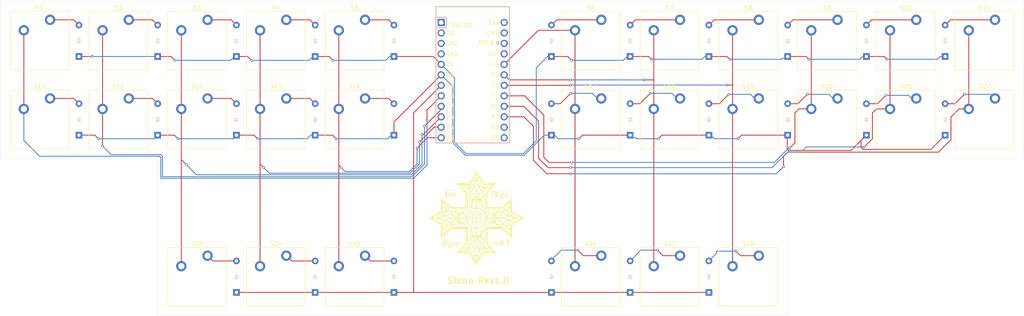
<source format=kicad_pcb>
(kicad_pcb (version 20240108) (generator "pcbnew") (generator_version "8.0")
  (layers (0 "F.Cu" signal) (31 "B.Cu" signal) (34 "B.Paste" user) (35 "F.Paste" user) (36 "B.SilkS" user "B.Silkscreen") (37 "F.SilkS" user "F.Silkscreen") (38 "B.Mask" user) (39 "F.Mask" user) (44 "Edge.Cuts" user))
  (net 0 "")
  (net 1 "Row 0")
  (net 2 "Net-(D1-A)")
  (net 3 "Net-(D2-A)")
  (net 4 "Net-(D3-A)")
  (net 5 "Net-(D4-A)")
  (net 6 "Net-(D5-A)")
  (net 7 "Net-(D6-A)")
  (net 8 "Net-(D7-A)")
  (net 9 "Net-(D8-A)")
  (net 10 "Net-(D9-A)")
  (net 11 "Net-(D10-A)")
  (net 12 "Net-(D11-A)")
  (net 13 "Net-(D12-A)")
  (net 14 "Row 1")
  (net 15 "Net-(D13-A)")
  (net 16 "Net-(D14-A)")
  (net 17 "Net-(D15-A)")
  (net 18 "Net-(D16-A)")
  (net 19 "Net-(D17-A)")
  (net 20 "Net-(D18-A)")
  (net 21 "Net-(D19-A)")
  (net 22 "Net-(D20-A)")
  (net 23 "Net-(D21-A)")
  (net 24 "Net-(D22-A)")
  (net 25 "Row 2")
  (net 26 "Net-(D23-A)")
  (net 27 "Net-(D24-A)")
  (net 28 "Net-(D25-A)")
  (net 29 "Net-(D26-A)")
  (net 30 "Net-(D27-A)")
  (net 31 "Net-(D28-A)")
  (net 32 "Column 0")
  (net 33 "Column 1")
  (net 34 "Column 2")
  (net 35 "Column 3")
  (net 36 "Column 4")
  (net 37 "Column 5")
  (net 38 "Column 6")
  (net 39 "Column 7")
  (net 40 "Column 8")
  (net 41 "Column 9")
  (net 42 "Column 10")
  (footprint "ScottoKeebs_MX:MX_PCB_1.00u" (layer "F.Cu") (at 206.2 57.4675)
    (property "Reference" "S19")
    (property "Value" "Keyswitch")
  )
  (footprint "ScottoKeebs_MX:MX_PCB_1.00u" (layer "F.Cu") (at 72.85 57.4675)
    (property "Reference" "S14")
    (property "Value" "Keyswitch")
  )
  (footprint "ScottoKeebs_MX:MX_PCB_1.00u" (layer "F.Cu") (at 168.1 57.4675)
    (property "Reference" "S17")
    (property "Value" "Keyswitch")
  )
  (footprint "ScottoKeebs_MX:MX_PCB_1.00u" (layer "F.Cu") (at 91.9 95.5675)
    (property "Reference" "S24")
    (property "Value" "Keyswitch")
  )
  (footprint "ScottoKeebs_MX:MX_PCB_1.00u" (layer "F.Cu") (at 244.3 38.4175)
    (property "Reference" "S10")
    (property "Value" "Keyswitch")
  )
  (footprint "ScottoKeebs_MX:MX_PCB_1.00u" (layer "F.Cu") (at 187.15 57.4675)
    (property "Reference" "S18")
    (property "Value" "Keyswitch")
  )
  (footprint "ScottoKeebs_MX:MX_PCB_1.00u" (layer "F.Cu") (at 263.35 38.4175)
    (property "Reference" "S11")
    (property "Value" "Keyswitch")
  )
  (footprint "ScottoKeebs_MX:MX_PCB_1.00u" (layer "F.Cu") (at 91.9 57.4675)
    (property "Reference" "S15")
    (property "Value" "Keyswitch")
  )
  (footprint "ScottoKeebs_MX:MX_PCB_1.00u" (layer "F.Cu") (at 168.1 38.4175)
    (property "Reference" "S6")
    (property "Value" "Keyswitch")
  )
  (footprint "ScottoKeebs_MX:MX_PCB_1.00u" (layer "F.Cu") (at 72.85 38.4175)
    (property "Reference" "S3")
    (property "Value" "Keyswitch")
  )
  (footprint "ScottoKeebs_MX:MX_PCB_1.00u" (layer "F.Cu") (at 187.15 38.4175)
    (property "Reference" "S7")
    (property "Value" "Keyswitch")
  )
  (footprint "ScottoKeebs_MX:MX_PCB_1.00u" (layer "F.Cu") (at 206.2 95.5675)
    (property "Reference" "S28")
    (property "Value" "Keyswitch")
  )
  (footprint "ScottoKeebs_MX:MX_PCB_1.00u" (layer "F.Cu") (at 34.75 38.4175)
    (property "Reference" "S1")
    (property "Value" "Keyswitch")
  )
  (footprint "ScottoKeebs_MX:MX_PCB_1.00u" (layer "F.Cu") (at 206.2 38.4175)
    (property "Reference" "S8")
    (property "Value" "Keyswitch")
  )
  (footprint "ScottoKeebs_MX:MX_PCB_1.00u" (layer "F.Cu") (at 110.95 95.5675)
    (property "Reference" "S25")
    (property "Value" "Keyswitch")
  )
  (footprint "ScottoKeebs_MX:MX_PCB_1.00u" (layer "F.Cu") (at 91.9 38.4175)
    (property "Reference" "S4")
    (property "Value" "Keyswitch")
  )
  (footprint "ScottoKeebs_MX:MX_PCB_1.00u" (layer "F.Cu") (at 168.1 95.5675)
    (property "Reference" "S26")
    (property "Value" "Keyswitch")
  )
  (footprint "ScottoKeebs_MX:MX_PCB_1.00u" (layer "F.Cu") (at 34.75 57.4675)
    (property "Reference" "S12")
    (property "Value" "Keyswitch")
  )
  (footprint "ScottoKeebs_MX:MX_PCB_1.00u" (layer "F.Cu") (at 110.95 57.4675)
    (property "Reference" "S16")
    (property "Value" "Keyswitch")
  )
  (footprint "ScottoKeebs_MX:MX_PCB_1.00u" (layer "F.Cu") (at 187.15 95.5675)
    (property "Reference" "S27")
    (property "Value" "Keyswitch")
  )
  (footprint "ScottoKeebs_MX:MX_PCB_1.00u" (layer "F.Cu") (at 225.25 38.4175)
    (property "Reference" "S9")
    (property "Value" "Keyswitch")
  )
  (footprint "ScottoKeebs_MCU:Arduino_Pro_Micro" (layer "F.Cu") (at 139.525 47.9425)
    (property "Reference" "U1" (hide yes))
    (property "Value" "Arduino_Pro_Micro" (hide yes))
  )
  (footprint "ScottoKeebs_MX:MX_PCB_1.00u" (layer "F.Cu") (at 110.95 38.4175)
    (property "Reference" "S5")
    (property "Value" "Keyswitch")
  )
  (footprint "LOGO" (layer "F.Cu") (at 140.475 81.3925)
    (property "Reference" "G***" (hide yes))
    (property "Value" "LOGO" (hide yes))
  )
  (footprint "ScottoKeebs_MX:MX_PCB_1.00u" (layer "F.Cu") (at 244.3 57.4675)
    (property "Reference" "S21")
    (property "Value" "Keyswitch")
  )
  (footprint "ScottoKeebs_MX:MX_PCB_1.00u" (layer "F.Cu") (at 53.8 57.4675)
    (property "Reference" "S13")
    (property "Value" "Keyswitch")
  )
  (footprint "ScottoKeebs_MX:MX_PCB_1.00u" (layer "F.Cu") (at 225.25 57.4675)
    (property "Reference" "S20")
    (property "Value" "Keyswitch")
  )
  (footprint "ScottoKeebs_MX:MX_PCB_1.00u" (layer "F.Cu") (at 72.85 95.5675)
    (property "Reference" "S23")
    (property "Value" "Keyswitch")
  )
  (footprint "ScottoKeebs_MX:MX_PCB_1.00u" (layer "F.Cu") (at 263.35 57.4675)
    (property "Reference" "S22")
    (property "Value" "Keyswitch")
  )
  (footprint "ScottoKeebs_MX:MX_PCB_1.00u" (layer "F.Cu") (at 53.8 38.4175)
    (property "Reference" "S2")
    (property "Value" "Keyswitch")
  )
  (footprint "ScottoKeebs_Components:Diode_DO-35" (layer "B.Cu") (at 82.375 99.3775 90)
    (property "Reference" "D23" (hide yes))
    (property "Value" "Diode" (hide yes))
  )
  (footprint "ScottoKeebs_Components:Diode_DO-35" (layer "B.Cu") (at 82.375 42.2275 90)
    (property "Reference" "D3" (hide yes))
    (property "Value" "Diode" (hide yes))
  )
  (footprint "ScottoKeebs_Components:Diode_DO-35" (layer "B.Cu") (at 63.325 42.2275 90)
    (property "Reference" "D2" (hide yes))
    (property "Value" "Diode" (hide yes))
  )
  (footprint "ScottoKeebs_Components:Diode_DO-35" (layer "B.Cu") (at 158.575 61.2775 90)
    (property "Reference" "D17" (hide yes))
    (property "Value" "Diode" (hide yes))
  )
  (footprint "ScottoKeebs_Components:Diode_DO-35" (layer "B.Cu") (at 196.675 42.2275 90)
    (property "Reference" "D8" (hide yes))
    (property "Value" "Diode" (hide yes))
  )
  (footprint "ScottoKeebs_Components:Diode_DO-35" (layer "B.Cu") (at 101.425 61.2775 90)
    (property "Reference" "D15" (hide yes))
    (property "Value" "Diode" (hide yes))
  )
  (footprint "ScottoKeebs_Components:Diode_DO-35" (layer "B.Cu") (at 253.825 42.2275 90)
    (property "Reference" "D11" (hide yes))
    (property "Value" "Diode" (hide yes))
  )
  (footprint "ScottoKeebs_Components:Diode_DO-35" (layer "B.Cu") (at 101.425 42.2275 90)
    (property "Reference" "D4" (hide yes))
    (property "Value" "Diode" (hide yes))
  )
  (footprint "ScottoKeebs_Components:Diode_DO-35" (layer "B.Cu") (at 44.275 42.2275 90)
    (property "Reference" "D1" (hide yes))
    (property "Value" "Diode" (hide yes))
  )
  (footprint "ScottoKeebs_Components:Diode_DO-35" (layer "B.Cu") (at 158.575 99.3775 90)
    (property "Reference" "D26" (hide yes))
    (property "Value" "Diode" (hide yes))
  )
  (footprint "ScottoKeebs_Components:Diode_DO-35" (layer "B.Cu") (at 120.475 42.2275 90)
    (property "Reference" "D5" (hide yes))
    (property "Value" "Diode" (hide yes))
  )
  (footprint "ScottoKeebs_Components:Diode_DO-35" (layer "B.Cu") (at 253.825 61.2775 90)
    (property "Reference" "D22" (hide yes))
    (property "Value" "Diode" (hide yes))
  )
  (footprint "ScottoKeebs_Components:Diode_DO-35" (layer "B.Cu") (at 196.675 99.3775 90)
    (property "Reference" "D28" (hide yes))
    (property "Value" "Diode" (hide yes))
  )
  (footprint "ScottoKeebs_Components:Diode_DO-35" (layer "B.Cu") (at 177.625 99.3775 90)
    (property "Reference" "D27" (hide yes))
    (property "Value" "Diode" (hide yes))
  )
  (footprint "ScottoKeebs_Components:Diode_DO-35" (layer "B.Cu") (at 234.775 42.2275 90)
    (property "Reference" "D10" (hide yes))
    (property "Value" "Diode" (hide yes))
  )
  (footprint "ScottoKeebs_Components:Diode_DO-35" (layer "B.Cu") (at 120.475 99.3775 90)
    (property "Reference" "D25" (hide yes))
    (property "Value" "Diode" (hide yes))
  )
  (footprint "ScottoKeebs_Components:Diode_DO-35" (layer "B.Cu") (at 177.625 61.2775 90)
    (property "Reference" "D18" (hide yes))
    (property "Value" "Diode" (hide yes))
  )
  (footprint "ScottoKeebs_Components:Diode_DO-35" (layer "B.Cu") (at 158.575 42.2275 90)
    (property "Reference" "D6" (hide yes))
    (property "Value" "Diode" (hide yes))
  )
  (footprint "ScottoKeebs_Components:Diode_DO-35" (layer "B.Cu") (at 234.775 61.2775 90)
    (property "Reference" "D21" (hide yes))
    (property "Value" "Diode" (hide yes))
  )
  (footprint "ScottoKeebs_Components:Diode_DO-35" (layer "B.Cu") (at 120.475 61.2775 90)
    (property "Reference" "D16" (hide yes))
    (property "Value" "Diode" (hide yes))
  )
  (footprint "ScottoKeebs_Components:Diode_DO-35" (layer "B.Cu") (at 177.625 42.2275 90)
    (property "Reference" "D7" (hide yes))
    (property "Value" "Diode" (hide yes))
  )
  (footprint "ScottoKeebs_Components:Diode_DO-35" (layer "B.Cu") (at 196.675 61.2775 90)
    (property "Reference" "D19" (hide yes))
    (property "Value" "Diode" (hide yes))
  )
  (footprint "ScottoKeebs_Components:Diode_DO-35" (layer "B.Cu") (at 215.725 42.2275 90)
    (property "Reference" "D9" (hide yes))
    (property "Value" "Diode" (hide yes))
  )
  (footprint "ScottoKeebs_Components:Diode_DO-35" (layer "B.Cu") (at 44.275 61.2775 90)
    (property "Reference" "D12" (hide yes))
    (property "Value" "Diode" (hide yes))
  )
  (footprint "ScottoKeebs_Components:Diode_DO-35" (layer "B.Cu") (at 101.425 99.3775 90)
    (property "Reference" "D24" (hide yes))
    (property "Value" "Diode" (hide yes))
  )
  (footprint "ScottoKeebs_Components:Diode_DO-35" (layer "B.Cu") (at 215.725 61.2775 90)
    (property "Reference" "D20" (hide yes))
    (property "Value" "Diode" (hide yes))
  )
  (footprint "ScottoKeebs_Components:Diode_DO-35" (layer "B.Cu") (at 82.375 61.2775 90)
    (property "Reference" "D14" (hide yes))
    (property "Value" "Diode" (hide yes))
  )
  (footprint "ScottoKeebs_Components:Diode_DO-35" (layer "B.Cu") (at 63.325 61.2775 90)
    (property "Reference" "D13" (hide yes))
    (property "Value" "Diode" (hide yes))
  )
  (gr_line (start 215.725 66.9925) (end 272.875 66.9925) (stroke (width 0.05)) (layer "Edge.Cuts"))
  (gr_line (start 25.225 28.8925) (end 25.225 66.9925) (stroke (width 0.05)) (layer "Edge.Cuts"))
  (gr_line (start 63.325 66.9925) (end 63.325 105.0925) (stroke (width 0.05)) (layer "Edge.Cuts"))
  (gr_line (start 215.725 105.0925) (end 215.725 66.9925) (stroke (width 0.05)) (layer "Edge.Cuts"))
  (gr_line (start 272.875 28.8925) (end 25.225 28.8925) (stroke (width 0.05)) (layer "Edge.Cuts"))
  (gr_line (start 25.225 66.9925) (end 63.325 66.9925) (stroke (width 0.05)) (layer "Edge.Cuts"))
  (gr_line (start 272.875 66.9925) (end 272.875 28.8925) (stroke (width 0.05)) (layer "Edge.Cuts"))
  (gr_line (start 63.325 105.0925) (end 215.725 105.0925) (stroke (width 0.05)) (layer "Edge.Cuts"))
  (gr_text "GND" (at 134.475 41.6425 0) (layer "F.SilkS") (effects (font (size 1 1))))
  (gr_text "Steno Rev1.0" (at 133.225 97.3925 0) (layer "F.SilkS") (effects (font (size 1.5 1.5) (thickness 0.3) (bold yes)) (justify left bottom)))
  (segment (start 158.575 42.2275) (end 162.56 42.2275) (width 0.2) (layer "F.Cu") (net 1))
  (segment (start 196.675 42.2275) (end 201.06 42.2275) (width 0.2) (layer "F.Cu") (net 1))
  (segment (start 85.06 42.2275) (end 82.375 42.2275) (width 0.2) (layer "F.Cu") (net 1))
  (segment (start 63.325 42.2275) (end 66.56 42.2275) (width 0.2) (layer "F.Cu") (net 1))
  (segment (start 234.775 42.2275) (end 239.06 42.2275) (width 0.2) (layer "F.Cu") (net 1))
  (segment (start 86.1 43.2675) (end 85.06 42.2275) (width 0.2) (layer "F.Cu") (net 1))
  (segment (start 177.625 42.2275) (end 182.06 42.2275) (width 0.2) (layer "F.Cu") (net 1))
  (segment (start 104.81 42.2275) (end 105.725 43.1425) (width 0.2) (layer "F.Cu") (net 1))
  (segment (start 101.425 42.2275) (end 104.81 42.2275) (width 0.2) (layer "F.Cu") (net 1))
  (segment (start 162.56 42.2275) (end 163.475 43.1425) (width 0.2) (layer "F.Cu") (net 1))
  (segment (start 182.06 42.2275) (end 182.725 42.8925) (width 0.2) (layer "F.Cu") (net 1))
  (segment (start 66.56 42.2275) (end 67.475 43.1425) (width 0.2) (layer "F.Cu") (net 1))
  (segment (start 201.06 42.2275) (end 201.725 42.8925) (width 0.2) (layer "F.Cu") (net 1))
  (segment (start 215.725 42.2275) (end 220.175 42.2275) (width 0.2) (layer "F.Cu") (net 1))
  (segment (start 239.06 42.2275) (end 239.725 42.8925) (width 0.2) (layer "F.Cu") (net 1))
  (segment (start 130 42.2275) (end 131.905 44.1325) (width 0.2) (layer "F.Cu") (net 1))
  (segment (start 47.39 42.2275) (end 47.475 42.1425) (width 0.2) (layer "F.Cu") (net 1))
  (segment (start 44.275 42.2275) (end 47.39 42.2275) (width 0.2) (layer "F.Cu") (net 1))
  (segment (start 220.175 42.2275) (end 220.84 42.8925) (width 0.2) (layer "F.Cu") (net 1))
  (segment (start 120.475 42.2275) (end 130 42.2275) (width 0.2) (layer "F.Cu") (net 1))
  (via (at 47.475 42.1425) (size 0.6) (drill 0.3) (layers "F.Cu" "B.Cu") (net 1))
  (via (at 201.725 42.8925) (size 0.6) (drill 0.3) (layers "F.Cu" "B.Cu") (net 1))
  (via (at 67.475 43.1425) (size 0.6) (drill 0.3) (layers "F.Cu" "B.Cu") (net 1))
  (via (at 163.475 43.1425) (size 0.6) (drill 0.3) (layers "F.Cu" "B.Cu") (net 1))
  (via (at 220.84 42.8925) (size 0.6) (drill 0.3) (layers "F.Cu" "B.Cu") (net 1))
  (via (at 182.725 42.8925) (size 0.6) (drill 0.3) (layers "F.Cu" "B.Cu") (net 1))
  (via (at 239.725 42.8925) (size 0.6) (drill 0.3) (layers "F.Cu" "B.Cu") (net 1))
  (via (at 105.725 43.1425) (size 0.6) (drill 0.3) (layers "F.Cu" "B.Cu") (net 1))
  (via (at 86.1 43.2675) (size 0.6) (drill 0.3) (layers "F.Cu" "B.Cu") (net 1))
  (segment (start 81.89 42.2275) (end 82.375 42.2275) (width 0.2) (layer "B.Cu") (net 1))
  (segment (start 233.225 42.8925) (end 233.89 42.2275) (width 0.2) (layer "B.Cu") (net 1))
  (segment (start 195.64 42.2275) (end 196.675 42.2275) (width 0.2) (layer "B.Cu") (net 1))
  (segment (start 118.475 43.1425) (end 119.39 42.2275) (width 0.2) (layer "B.Cu") (net 1))
  (segment (start 252.64 42.2275) (end 253.825 42.2275) (width 0.2) (layer "B.Cu") (net 1))
  (segment (start 214.475 42.6425) (end 215.31 42.6425) (width 0.2) (layer "B.Cu") (net 1))
  (segment (start 137.890686 65.7425) (end 151.809315 65.7425) (width 0.2) (layer "B.Cu") (net 1))
  (segment (start 175.975 43.1425) (end 176.89 42.2275) (width 0.2) (layer "B.Cu") (net 1))
  (segment (start 157.64 42.2275) (end 158.575 42.2275) (width 0.2) (layer "B.Cu") (net 1))
  (segment (start 214.225 42.8925) (end 214.475 42.6425) (width 0.2) (layer "B.Cu") (net 1))
  (segment (start 154.909315 44.958185) (end 157.64 42.2275) (width 0.2) (layer "B.Cu") (net 1))
  (segment (start 119.39 42.2275) (end 120.475 42.2275) (width 0.2) (layer "B.Cu") (net 1))
  (segment (start 154.909315 62.6425) (end 154.909315 44.958185) (width 0.2) (layer "B.Cu") (net 1))
  (segment (start 47.56 42.2275) (end 63.325 42.2275) (width 0.2) (layer "B.Cu") (net 1))
  (segment (start 176.89 42.2275) (end 177.625 42.2275) (width 0.2) (layer "B.Cu") (net 1))
  (segment (start 86.1 43.2675) (end 86.225 43.1425) (width 0.2) (layer "B.Cu") (net 1))
  (segment (start 105.725 43.1425) (end 118.475 43.1425) (width 0.2) (layer "B.Cu") (net 1))
  (segment (start 163.475 43.1425) (end 175.975 43.1425) (width 0.2) (layer "B.Cu") (net 1))
  (segment (start 233.89 42.2275) (end 234.775 42.2275) (width 0.2) (layer "B.Cu") (net 1))
  (segment (start 67.475 43.1425) (end 80.975 43.1425) (width 0.2) (layer "B.Cu") (net 1))
  (segment (start 99.975 43.1425) (end 100.89 42.2275) (width 0.2) (layer "B.Cu") (net 1))
  (segment (start 100.89 42.2275) (end 101.425 42.2275) (width 0.2) (layer "B.Cu") (net 1))
  (segment (start 182.725 42.8925) (end 194.975 42.8925) (width 0.2) (layer "B.Cu") (net 1))
  (segment (start 86.225 43.1425) (end 99.975 43.1425) (width 0.2) (layer "B.Cu") (net 1))
  (segment (start 131.905 44.1325) (end 135.125 47.3525) (width 0.2) (layer "B.Cu") (net 1))
  (segment (start 220.84 42.8925) (end 233.225 42.8925) (width 0.2) (layer "B.Cu") (net 1))
  (segment (start 135.125 47.3525) (end 135.125 62.976814) (width 0.2) (layer "B.Cu") (net 1))
  (segment (start 215.31 42.6425) (end 215.725 42.2275) (width 0.2) (layer "B.Cu") (net 1))
  (segment (start 135.125 62.976814) (end 137.890686 65.7425) (width 0.2) (layer "B.Cu") (net 1))
  (segment (start 239.725 42.8925) (end 251.975 42.8925) (width 0.2) (layer "B.Cu") (net 1))
  (segment (start 47.475 42.1425) (end 47.56 42.2275) (width 0.2) (layer "B.Cu") (net 1))
  (segment (start 201.725 42.8925) (end 214.225 42.8925) (width 0.2) (layer "B.Cu") (net 1))
  (segment (start 80.975 43.1425) (end 81.89 42.2275) (width 0.2) (layer "B.Cu") (net 1))
  (segment (start 251.975 42.8925) (end 252.64 42.2275) (width 0.2) (layer "B.Cu") (net 1))
  (segment (start 194.975 42.8925) (end 195.64 42.2275) (width 0.2) (layer "B.Cu") (net 1))
  (segment (start 151.809315 65.7425) (end 154.909315 62.6425) (width 0.2) (layer "B.Cu") (net 1))
  (segment (start 37.29 33.3375) (end 43.005 33.3375) (width 0.2) (layer "F.Cu") (net 2))
  (segment (start 43.005 33.3375) (end 44.275 34.6075) (width 0.2) (layer "F.Cu") (net 2))
  (segment (start 56.34 33.3375) (end 62.055 33.3375) (width 0.2) (layer "F.Cu") (net 3))
  (segment (start 62.055 33.3375) (end 63.325 34.6075) (width 0.2) (layer "F.Cu") (net 3))
  (segment (start 81.105 33.3375) (end 82.375 34.6075) (width 0.2) (layer "F.Cu") (net 4))
  (segment (start 75.39 33.3375) (end 81.105 33.3375) (width 0.2) (layer "F.Cu") (net 4))
  (segment (start 100.155 33.3375) (end 101.425 34.6075) (width 0.2) (layer "F.Cu") (net 5))
  (segment (start 94.44 33.3375) (end 100.155 33.3375) (width 0.2) (layer "F.Cu") (net 5))
  (segment (start 119.205 33.3375) (end 120.475 34.6075) (width 0.2) (layer "F.Cu") (net 6))
  (segment (start 113.49 33.3375) (end 119.205 33.3375) (width 0.2) (layer "F.Cu") (net 6))
  (segment (start 170.64 33.3375) (end 159.845 33.3375) (width 0.2) (layer "F.Cu") (net 7))
  (segment (start 159.845 33.3375) (end 158.575 34.6075) (width 0.2) (layer "F.Cu") (net 7))
  (segment (start 178.895 33.3375) (end 177.625 34.6075) (width 0.2) (layer "F.Cu") (net 8))
  (segment (start 189.69 33.3375) (end 178.895 33.3375) (width 0.2) (layer "F.Cu") (net 8))
  (segment (start 197.945 33.3375) (end 196.675 34.6075) (width 0.2) (layer "F.Cu") (net 9))
  (segment (start 208.74 33.3375) (end 197.945 33.3375) (width 0.2) (layer "F.Cu") (net 9))
  (segment (start 227.79 33.3375) (end 216.995 33.3375) (width 0.2) (layer "F.Cu") (net 10))
  (segment (start 216.995 33.3375) (end 215.725 34.6075) (width 0.2) (layer "F.Cu") (net 10))
  (segment (start 236.045 33.3375) (end 234.775 34.6075) (width 0.2) (layer "F.Cu") (net 11))
  (segment (start 246.84 33.3375) (end 236.045 33.3375) (width 0.2) (layer "F.Cu") (net 11))
  (segment (start 253.825 34.6075) (end 255.095 33.3375) (width 0.2) (layer "F.Cu") (net 12))
  (segment (start 255.095 33.3375) (end 265.89 33.3375) (width 0.2) (layer "F.Cu") (net 12))
  (segment (start 43.005 52.3875) (end 44.275 53.6575) (width 0.2) (layer "F.Cu") (net 13))
  (segment (start 37.29 52.3875) (end 43.005 52.3875) (width 0.2) (layer "F.Cu") (net 13))
  (segment (start 63.325 61.2775) (end 67.36 61.2775) (width 0.2) (layer "F.Cu") (net 14))
  (segment (start 67.36 61.2775) (end 68.225 62.1425) (width 0.2) (layer "F.Cu") (net 14))
  (segment (start 233.976471 64.7425) (end 233.475 64.241029) (width 0.2) (layer "F.Cu") (net 14))
  (segment (start 234.775 61.2775) (end 231.06 64.9925) (width 0.2) (layer "F.Cu") (net 14))
  (segment (start 231.06 64.9925) (end 215.976471 64.9925) (width 0.2) (layer "F.Cu") (net 14))
  (segment (start 82.375 61.2775) (end 86.625 61.2775) (width 0.2) (layer "F.Cu") (net 14))
  (segment (start 215.725 61.2775) (end 204.59 61.2775) (width 0.2) (layer "F.Cu") (net 14))
  (segment (start 215.625 61.3775) (end 215.725 61.2775) (width 0.2) (layer "F.Cu") (net 14))
  (segment (start 250.36 64.7425) (end 233.976471 64.7425) (width 0.2) (layer "F.Cu") (net 14))
  (segment (start 233.475 62.5775) (end 234.775 61.2775) (width 0.2) (layer "F.Cu") (net 14))
  (segment (start 204.59 61.2775) (end 203.725 62.1425) (width 0.2) (layer "F.Cu") (net 14))
  (segment (start 253.825 61.2775) (end 250.36 64.7425) (width 0.2) (layer "F.Cu") (net 14))
  (segment (start 196.675 61.2775) (end 185.34 61.2775) (width 0.2) (layer "F.Cu") (net 14))
  (segment (start 105.61 61.2775) (end 106.475 62.1425) (width 0.2) (layer "F.Cu") (net 14))
  (segment (start 44.275 61.2775) (end 48.11 61.2775) (width 0.2) (layer "F.Cu") (net 14))
  (segment (start 86.625 61.2775) (end 87.49 62.1425) (width 0.2) (layer "F.Cu") (net 14))
  (segment (start 131.905 46.6725) (end 120.475 58.1025) (width 0.2) (layer "F.Cu") (net 14))
  (segment (start 215.976471 64.9925) (end 215.625 64.641029) (width 0.2) (layer "F.Cu") (net 14))
  (segment (start 185.34 61.2775) (end 184.475 62.1425) (width 0.2) (layer "F.Cu") (net 14))
  (segment (start 120.475 58.1025) (end 120.475 61.2775) (width 0.2) (layer "F.Cu") (net 14))
  (segment (start 48.11 61.2775) (end 48.975 62.1425) (width 0.2) (layer "F.Cu") (net 14))
  (segment (start 101.425 61.2775) (end 105.61 61.2775) (width 0.2) (layer "F.Cu") (net 14))
  (segment (start 233.475 64.241029) (end 233.475 62.5775) (width 0.2) (layer "F.Cu") (net 14))
  (segment (start 177.625 61.2775) (end 166.09 61.2775) (width 0.2) (layer "F.Cu") (net 14))
  (segment (start 215.625 64.641029) (end 215.625 61.3775) (width 0.2) (layer "F.Cu") (net 14))
  (segment (start 166.09 61.2775) (end 165.225 62.1425) (width 0.2) (layer "F.Cu") (net 14))
  (via (at 106.475 62.1425) (size 0.6) (drill 0.3) (layers "F.Cu" "B.Cu") (net 14))
  (via (at 48.975 62.1425) (size 0.6) (drill 0.3) (layers "F.Cu" "B.Cu") (net 14))
  (via (at 184.475 62.1425) (size 0.6) (drill 0.3) (layers "F.Cu" "B.Cu") (net 14))
  (via (at 203.725 62.1425) (size 0.6) (drill 0.3) (layers "F.Cu" "B.Cu") (net 14))
  (via (at 165.225 62.1425) (size 0.6) (drill 0.3) (layers "F.Cu" "B.Cu") (net 14))
  (via (at 87.49 62.1425) (size 0.6) (drill 0.3) (layers "F.Cu" "B.Cu") (net 14))
  (via (at 68.225 62.1425) (size 0.6) (drill 0.3) (layers "F.Cu" "B.Cu") (net 14))
  (segment (start 100.34 61.2775) (end 101.425 61.2775) (width 0.2) (layer "B.Cu") (net 14))
  (segment (start 197.11 61.2775) (end 196.675 61.2775) (width 0.2) (layer "B.Cu") (net 14))
  (segment (start 151.975 66.1425) (end 156.84 61.2775) (width 0.2) (layer "B.Cu") (net 14))
  (segment (start 68.225 62.1425) (end 81.51 62.1425) (width 0.2) (layer "B.Cu") (net 14))
  (segment (start 184.475 62.1425) (end 179.225 62.1425) (width 0.2) (layer "B.Cu") (net 14))
  (segment (start 99.475 62.1425) (end 100.34 61.2775) (width 0.2) (layer "B.Cu") (net 14))
  (segment (start 134.725 63.1425) (end 137.725 66.1425) (width 0.2) (layer "B.Cu") (net 14))
  (segment (start 137.725 66.1425) (end 151.975 66.1425) (width 0.2) (layer "B.Cu") (net 14))
  (segment (start 197.975 62.1425) (end 197.11 61.2775) (width 0.2) (layer "B.Cu") (net 14))
  (segment (start 48.975 62.1425) (end 62.46 62.1425) (width 0.2) (layer "B.Cu") (net 14))
  (segment (start 160.225 62.1425) (end 159.36 61.2775) (width 0.2) (layer "B.Cu") (net 14))
  (segment (start 131.905 46.6725) (end 134.725 49.4925) (width 0.2) (layer "B.Cu") (net 14))
  (segment (start 178.24 61.8925) (end 177.625 61.2775) (width 0.2) (layer "B.Cu") (net 14))
  (segment (start 178.975 61.8925) (end 178.24 61.8925) (width 0.2) (layer "B.Cu") (net 14))
  (segment (start 203.725 62.1425) (end 197.975 62.1425) (width 0.2) (layer "B.Cu") (net 14))
  (segment (start 165.225 62.1425) (end 160.225 62.1425) (width 0.2) (layer "B.Cu") (net 14))
  (segment (start 118.975 62.1425) (end 119.84 61.2775) (width 0.2) (layer "B.Cu") (net 14))
  (segment (start 81.51 62.1425) (end 82.375 61.2775) (width 0.2) (layer "B.Cu") (net 14))
  (segment (start 106.475 62.1425) (end 118.975 62.1425) (width 0.2) (layer "B.Cu") (net 14))
  (segment (start 159.36 61.2775) (end 158.575 61.2775) (width 0.2) (layer "B.Cu") (net 14))
  (segment (start 134.725 49.4925) (end 134.725 63.1425) (width 0.2) (layer "B.Cu") (net 14))
  (segment (start 62.46 62.1425) (end 63.325 61.2775) (width 0.2) (layer "B.Cu") (net 14))
  (segment (start 156.84 61.2775) (end 158.575 61.2775) (width 0.2) (layer "B.Cu") (net 14))
  (segment (start 119.84 61.2775) (end 120.475 61.2775) (width 0.2) (layer "B.Cu") (net 14))
  (segment (start 87.49 62.1425) (end 99.475 62.1425) (width 0.2) (layer "B.Cu") (net 14))
  (segment (start 179.225 62.1425) (end 178.975 61.8925) (width 0.2) (layer "B.Cu") (net 14))
  (segment (start 62.055 52.3875) (end 63.325 53.6575) (width 0.2) (layer "F.Cu") (net 15))
  (segment (start 56.34 52.3875) (end 62.055 52.3875) (width 0.2) (layer "F.Cu") (net 15))
  (segment (start 75.39 52.3875) (end 81.105 52.3875) (width 0.2) (layer "F.Cu") (net 16))
  (segment (start 81.105 52.3875) (end 82.375 53.6575) (width 0.2) (layer "F.Cu") (net 16))
  (segment (start 100.155 52.3875) (end 101.425 53.6575) (width 0.2) (layer "F.Cu") (net 17))
  (segment (start 94.44 52.3875) (end 100.155 52.3875) (width 0.2) (layer "F.Cu") (net 17))
  (segment (start 113.49 52.3875) (end 119.205 52.3875) (width 0.2) (layer "F.Cu") (net 18))
  (segment (start 119.205 52.3875) (end 120.475 53.6575) (width 0.2) (layer "F.Cu") (net 18))
  (segment (start 160.71 53.6575) (end 163.225 51.1425) (width 0.2) (layer "F.Cu") (net 19))
  (segment (start 158.575 53.6575) (end 160.71 53.6575) (width 0.2) (layer "F.Cu") (net 19))
  (via (at 163.225 51.1425) (size 0.6) (drill 0.3) (layers "F.Cu" "B.Cu") (net 19))
  (segment (start 163.225 51.1425) (end 168.475 51.1425) (width 0.2) (layer "B.Cu") (net 19))
  (segment (start 169.72 52.3875) (end 170.64 52.3875) (width 0.2) (layer "B.Cu") (net 19))
  (segment (start 168.475 51.1425) (end 169.72 52.3875) (width 0.2) (layer "B.Cu") (net 19))
  (segment (start 179.96 53.6575) (end 182.475 51.1425) (width 0.2) (layer "F.Cu") (net 20))
  (segment (start 177.625 53.6575) (end 179.96 53.6575) (width 0.2) (layer "F.Cu") (net 20))
  (via (at 182.475 51.1425) (size 0.6) (drill 0.3) (layers "F.Cu" "B.Cu") (net 20))
  (segment (start 187.725 51.1425) (end 188.97 52.3875) (width 0.2) (layer "B.Cu") (net 20))
  (segment (start 182.475 51.1425) (end 187.725 51.1425) (width 0.2) (layer "B.Cu") (net 20))
  (segment (start 188.97 52.3875) (end 189.69 52.3875) (width 0.2) (layer "B.Cu") (net 20))
  (segment (start 199.21 53.6575) (end 201.475 51.3925) (width 0.2) (layer "F.Cu") (net 21))
  (segment (start 196.675 53.6575) (end 199.21 53.6575) (width 0.2) (layer "F.Cu") (net 21))
  (via (at 201.475 51.3925) (size 0.6) (drill 0.3) (layers "F.Cu" "B.Cu") (net 21))
  (segment (start 206.725 51.3925) (end 207.72 52.3875) (width 0.2) (layer "B.Cu") (net 21))
  (segment (start 201.475 51.3925) (end 206.725 51.3925) (width 0.2) (layer "B.Cu") (net 21))
  (segment (start 207.72 52.3875) (end 208.74 52.3875) (width 0.2) (layer "B.Cu") (net 21))
  (segment (start 215.725 53.6575) (end 218.21 53.6575) (width 0.2) (layer "F.Cu") (net 22))
  (segment (start 218.21 53.6575) (end 220.475 51.3925) (width 0.2) (layer "F.Cu") (net 22))
  (via (at 220.475 51.3925) (size 0.6) (drill 0.3) (layers "F.Cu" "B.Cu") (net 22))
  (segment (start 226.72 52.3875) (end 227.79 52.3875) (width 0.2) (layer "B.Cu") (net 22))
  (segment (start 225.725 51.3925) (end 226.72 52.3875) (width 0.2) (layer "B.Cu") (net 22))
  (segment (start 220.475 51.3925) (end 225.725 51.3925) (width 0.2) (layer "B.Cu") (net 22))
  (segment (start 237.46 53.6575) (end 239.475 51.6425) (width 0.2) (layer "F.Cu") (net 23))
  (segment (start 234.775 53.6575) (end 237.46 53.6575) (width 0.2) (layer "F.Cu") (net 23))
  (via (at 239.475 51.6425) (size 0.6) (drill 0.3) (layers "F.Cu" "B.Cu") (net 23))
  (segment (start 244.975 51.6425) (end 245.72 52.3875) (width 0.2) (layer "B.Cu") (net 23))
  (segment (start 245.72 52.3875) (end 246.84 52.3875) (width 0.2) (layer "B.Cu") (net 23))
  (segment (start 239.475 51.6425) (end 244.975 51.6425) (width 0.2) (layer "B.Cu") (net 23))
  (segment (start 256.21 53.6575) (end 258.475 51.3925) (width 0.2) (layer "F.Cu") (net 24))
  (segment (start 253.825 53.6575) (end 256.21 53.6575) (width 0.2) (layer "F.Cu") (net 24))
  (via (at 258.475 51.3925) (size 0.6) (drill 0.3) (layers "F.Cu" "B.Cu") (net 24))
  (segment (start 264.895 51.3925) (end 265.89 52.3875) (width 0.2) (layer "B.Cu") (net 24))
  (segment (start 258.475 51.3925) (end 264.895 51.3925) (width 0.2) (layer "B.Cu") (net 24))
  (segment (start 131.905 49.2125) (end 125.2375 55.88) (width 0.2) (layer "F.Cu") (net 25))
  (segment (start 125.2375 99.3925) (end 125.975 99.3925) (width 0.2) (layer "F.Cu") (net 25))
  (segment (start 125.975 99.3925) (end 125.99 99.3775) (width 0.2) (layer "F.Cu") (net 25))
  (segment (start 125.99 99.3775) (end 196.675 99.3775) (width 0.2) (layer "F.Cu") (net 25))
  (segment (start 124.96 99.3775) (end 82.375 99.3775) (width 0.2) (layer "F.Cu") (net 25))
  (segment (start 125.2375 55.88) (end 125.2375 99.3925) (width 0.2) (layer "F.Cu") (net 25))
  (segment (start 124.975 99.3925) (end 124.96 99.3775) (width 0.2) (layer "F.Cu") (net 25))
  (segment (start 125.2375 99.3925) (end 124.975 99.3925) (width 0.2) (layer "F.Cu") (net 25))
  (segment (start 82.375 91.7575) (end 76.66 91.7575) (width 0.2) (layer "F.Cu") (net 26))
  (segment (start 76.66 91.7575) (end 75.39 90.4875) (width 0.2) (layer "F.Cu") (net 26))
  (segment (start 101.425 91.7575) (end 95.71 91.7575) (width 0.2) (layer "F.Cu") (net 27))
  (segment (start 95.71 91.7575) (end 94.44 90.4875) (width 0.2) (layer "F.Cu") (net 27))
  (segment (start 114.76 91.7575) (end 113.49 90.4875) (width 0.2) (layer "F.Cu") (net 28))
  (segment (start 120.475 91.7575) (end 114.76 91.7575) (width 0.2) (layer "F.Cu") (net 28))
  (segment (start 166.32 90.4875) (end 164.975 89.1425) (width 0.2) (layer "F.Cu") (net 29))
  (segment (start 170.64 90.4875) (end 166.32 90.4875) (width 0.2) (layer "F.Cu") (net 29))
  (via (at 164.975 89.1425) (size 0.6) (drill 0.3) (layers "F.Cu" "B.Cu") (net 29))
  (segment (start 158.575 91.5425) (end 158.575 91.7575) (width 0.2) (layer "B.Cu") (net 29))
  (segment (start 164.975 89.1425) (end 160.975 89.1425) (width 0.2) (layer "B.Cu") (net 29))
  (segment (start 160.975 89.1425) (end 158.575 91.5425) (width 0.2) (layer "B.Cu") (net 29))
  (segment (start 189.69 90.4875) (end 185.57 90.4875) (width 0.2) (layer "F.Cu") (net 30))
  (segment (start 185.57 90.4875) (end 184.225 89.1425) (width 0.2) (layer "F.Cu") (net 30))
  (via (at 184.225 89.1425) (size 0.6) (drill 0.3) (layers "F.Cu" "B.Cu") (net 30))
  (segment (start 179.975 89.1425) (end 179.975 89.4075) (width 0.2) (layer "B.Cu") (net 30))
  (segment (start 184.225 89.1425) (end 179.975 89.1425) (width 0.2) (layer "B.Cu") (net 30))
  (segment (start 179.975 89.4075) (end 177.625 91.7575) (width 0.2) (layer "B.Cu") (net 30))
  (segment (start 204.32 90.4875) (end 203.225 89.3925) (width 0.2) (layer "F.Cu") (net 31))
  (segment (start 208.74 90.4875) (end 204.32 90.4875) (width 0.2) (layer "F.Cu") (net 31))
  (via (at 203.225 89.3925) (size 0.6) (drill 0.3) (layers "F.Cu" "B.Cu") (net 31))
  (segment (start 198.475 89.9575) (end 196.675 91.7575) (width 0.2) (layer "B.Cu") (net 31))
  (segment (start 203.225 89.3925) (end 198.475 89.3925) (width 0.2) (layer "B.Cu") (net 31))
  (segment (start 198.475 89.3925) (end 198.475 89.9575) (width 0.2) (layer "B.Cu") (net 31))
  (segment (start 30.94 35.8775) (end 30.94 54.9275) (width 0.2) (layer "F.Cu") (net 32))
  (segment (start 128.475 57.6425) (end 128.475 55.1825) (width 0.2) (layer "F.Cu") (net 32))
  (segment (start 128.475 55.1825) (end 131.905 51.7525) (width 0.2) (layer "F.Cu") (net 32))
  (via (at 128.475 57.6425) (size 0.6) (drill 0.3) (layers "F.Cu" "B.Cu") (net 32))
  (segment (start 34.75 66.3925) (end 30.94 62.5825) (width 0.2) (layer "B.Cu") (net 32))
  (segment (start 125.2375 71.755) (end 64.225 71.755) (width 0.2) (layer "B.Cu") (net 32))
  (segment (start 128.475 68.5175) (end 125.2375 71.755) (width 0.2) (layer "B.Cu") (net 32))
  (segment (start 128.475 57.6425) (end 128.475 68.5175) (width 0.2) (layer "B.Cu") (net 32))
  (segment (start 64.075 71.605) (end 64.075 66.693236) (width 0.2) (layer "B.Cu") (net 32))
  (segment (start 64.075 66.693236) (end 63.774264 66.3925) (width 0.2) (layer "B.Cu") (net 32))
  (segment (start 63.774264 66.3925) (end 34.75 66.3925) (width 0.2) (layer "B.Cu") (net 32))
  (segment (start 30.94 62.5825) (end 30.94 54.9275) (width 0.2) (layer "B.Cu") (net 32))
  (segment (start 64.225 71.755) (end 64.075 71.605) (width 0.2) (layer "B.Cu") (net 32))
  (segment (start 49.99 35.8775) (end 49.99 54.9275) (width 0.2) (layer "F.Cu") (net 33))
  (segment (start 131.905 54.2925) (end 131.905 55.061029) (width 0.2) (layer "F.Cu") (net 33))
  (segment (start 131.905 55.061029) (end 127.875 59.091029) (width 0.2) (layer "F.Cu") (net 33))
  (segment (start 49.99 63.8775) (end 49.99 54.9275) (width 0.2) (layer "F.Cu") (net 33))
  (segment (start 49.975 63.8925) (end 49.99 63.8775) (width 0.2) (layer "F.Cu") (net 33))
  (segment (start 127.875 59.091029) (end 127.875 59.1425) (width 0.2) (layer "F.Cu") (net 33))
  (via (at 49.975 63.8925) (size 0.6) (drill 0.3) (layers "F.Cu" "B.Cu") (net 33))
  (via (at 127.875 59.1425) (size 0.6) (drill 0.3) (layers "F.Cu" "B.Cu") (net 33))
  (segment (start 52.075 65.9925) (end 49.975 63.8925) (width 0.2) (layer "B.Cu") (net 33))
  (segment (start 64.475 66.435393) (end 64.032107 65.9925) (width 0.2) (layer "B.Cu") (net 33))
  (segment (start 124.7625 71.355) (end 64.475 71.355) (width 0.2) (layer "B.Cu") (net 33))
  (segment (start 64.475 71.355) (end 64.475 66.435393) (width 0.2) (layer "B.Cu") (net 33))
  (segment (start 127.875 68.2425) (end 124.7625 71.355) (width 0.2) (layer "B.Cu") (net 33))
  (segment (start 127.875 59.1425) (end 127.875 68.2425) (width 0.2) (layer "B.Cu") (net 33))
  (segment (start 64.032107 65.9925) (end 52.075 65.9925) (width 0.2) (layer "B.Cu") (net 33))
  (segment (start 69.04 67.3925) (end 69.04 93.0275) (width 0.2) (layer "F.Cu") (net 34))
  (segment (start 127.595 61.1425) (end 127.275 61.1425) (width 0.2) (layer "F.Cu") (net 34))
  (segment (start 68.577588 54.9275) (end 69.04 54.9275) (width 0.2) (layer "F.Cu") (net 34))
  (segment (start 69.04 54.9275) (end 69.04 67.3925) (width 0.2) (layer "F.Cu") (net 34))
  (segment (start 69.225 67.3925) (end 69.04 67.3925) (width 0.2) (layer "F.Cu") (net 34))
  (segment (start 70.225 68.3925) (end 69.225 67.3925) (width 0.2) (layer "F.Cu") (net 34))
  (segment (start 131.905 56.8325) (end 127.595 61.1425) (width 0.2) (layer "F.Cu") (net 34))
  (segment (start 69.04 35.8775) (end 69.04 54.9275) (width 0.2) (layer "F.Cu") (net 34))
  (via (at 127.275 61.1425) (size 0.6) (drill 0.3) (layers "F.Cu" "B.Cu") (net 34))
  (via (at 70.225 68.3925) (size 0.6) (drill 0.3) (layers "F.Cu" "B.Cu") (net 34))
  (segment (start 124.659314 70.8925) (end 72.725 70.8925) (width 0.2) (layer "B.Cu") (net 34))
  (segment (start 72.725 70.8925) (end 70.225 68.3925) (width 0.2) (layer "B.Cu") (net 34))
  (segment (start 127.275 68.276814) (end 124.659314 70.8925) (width 0.2) (layer "B.Cu") (net 34))
  (segment (start 127.275 61.1425) (end 127.275 68.276814) (width 0.2) (layer "B.Cu") (net 34))
  (segment (start 130.195 59.3725) (end 126.675 62.8925) (width 0.2) (layer "F.Cu") (net 35))
  (segment (start 88.09 68.3925) (end 88.09 93.0275) (width 0.2) (layer "F.Cu") (net 35))
  (segment (start 88.09 54.9275) (end 88.09 68.3925) (width 0.2) (layer "F.Cu") (net 35))
  (segment (start 131.905 59.3725) (end 130.195 59.3725) (width 0.2) (layer "F.Cu") (net 35))
  (segment (start 88.975 69.1425) (end 88.225 68.3925) (width 0.2) (layer "F.Cu") (net 35))
  (segment (start 88.225 68.3925) (end 88.09 68.3925) (width 0.2) (layer "F.Cu") (net 35))
  (segment (start 88.09 35.8775) (end 88.09 54.9275) (width 0.2) (layer "F.Cu") (net 35))
  (via (at 88.975 69.1425) (size 0.6) (drill 0.3) (layers "F.Cu" "B.Cu") (net 35))
  (via (at 126.675 62.8925) (size 0.6) (drill 0.3) (layers "F.Cu" "B.Cu") (net 35))
  (segment (start 126.675 68.1925) (end 124.375 70.4925) (width 0.2) (layer "B.Cu") (net 35))
  (segment (start 90.325 70.4925) (end 88.975 69.1425) (width 0.2) (layer "B.Cu") (net 35))
  (segment (start 124.225 70.4925) (end 90.325 70.4925) (width 0.2) (layer "B.Cu") (net 35))
  (segment (start 126.675 62.8925) (end 126.675 68.1925) (width 0.2) (layer "B.Cu") (net 35))
  (segment (start 124.375 70.4925) (end 124.225 70.4925) (width 0.2) (layer "B.Cu") (net 35))
  (segment (start 107.725 69.1425) (end 107.225 68.6425) (width 0.2) (layer "F.Cu") (net 36))
  (segment (start 107.14 93.0275) (end 107.14 68.6425) (width 0.2) (layer "F.Cu") (net 36))
  (segment (start 131.905 61.9125) (end 128.555 61.9125) (width 0.2) (layer "F.Cu") (net 36))
  (segment (start 128.555 61.9125) (end 126.075 64.3925) (width 0.2) (layer "F.Cu") (net 36))
  (segment (start 107.14 35.8775) (end 107.14 54.9275) (width 0.2) (layer "F.Cu") (net 36))
  (segment (start 107.225 68.6425) (end 107.14 68.6425) (width 0.2) (layer "F.Cu") (net 36))
  (segment (start 107.14 68.6425) (end 107.14 54.9275) (width 0.2) (layer "F.Cu") (net 36))
  (via (at 126.075 64.3925) (size 0.6) (drill 0.3) (layers "F.Cu" "B.Cu") (net 36))
  (via (at 107.725 69.1425) (size 0.6) (drill 0.3) (layers "F.Cu" "B.Cu") (net 36))
  (segment (start 108.725 70.0925) (end 108.675 70.0925) (width 0.2) (layer "B.Cu") (net 36))
  (segment (start 124.209314 70.0925) (end 108.725 70.0925) (width 0.2) (layer "B.Cu") (net 36))
  (segment (start 126.075 68.226814) (end 124.317157 69.984657) (width 0.2) (layer "B.Cu") (net 36))
  (segment (start 126.075 64.3925) (end 126.075 68.226814) (width 0.2) (layer "B.Cu") (net 36))
  (segment (start 108.675 70.0925) (end 107.725 69.1425) (width 0.2) (layer "B.Cu") (net 36))
  (segment (start 124.317157 69.984657) (end 124.209314 70.0925) (width 0.2) (layer "B.Cu") (net 36))
  (segment (start 164.29 35.8775) (end 164.29 54.9275) (width 0.2) (layer "F.Cu") (net 37))
  (segment (start 164.29 54.9275) (end 164.29 93.0275) (width 0.2) (layer "F.Cu") (net 37))
  (segment (start 155.4 35.8775) (end 147.145 44.1325) (width 0.2) (layer "F.Cu") (net 37))
  (segment (start 164.29 35.8775) (end 155.4 35.8775) (width 0.2) (layer "F.Cu") (net 37))
  (segment (start 147.145 46.6725) (end 148.365 47.8925) (width 0.2) (layer "F.Cu") (net 38))
  (segment (start 183.34 35.8775) (end 183.34 47.8925) (width 0.2) (layer "F.Cu") (net 38))
  (segment (start 148.365 47.8925) (end 163.225 47.8925) (width 0.2) (layer "F.Cu") (net 38))
  (segment (start 183.34 47.8925) (end 183.34 54.9275) (width 0.2) (layer "F.Cu") (net 38))
  (segment (start 183.34 54.9275) (end 183.34 93.0275) (width 0.2) (layer "F.Cu") (net 38))
  (segment (start 180.975 47.8925) (end 183.34 47.8925) (width 0.2) (layer "F.Cu") (net 38))
  (via (at 180.975 47.8925) (size 0.6) (drill 0.3) (layers "F.Cu" "B.Cu") (net 38))
  (via (at 163.225 47.8925) (size 0.6) (drill 0.3) (layers "F.Cu" "B.Cu") (net 38))
  (segment (start 163.225 47.8925) (end 180.975 47.8925) (width 0.2) (layer "B.Cu") (net 38))
  (segment (start 147.145 49.2125) (end 163.155 49.2125) (width 0.2) (layer "F.Cu") (net 39))
  (segment (start 202.39 35.8775) (end 202.39 49.1425) (width 0.2) (layer "F.Cu") (net 39))
  (segment (start 202.39 49.1425) (end 202.39 54.9275) (width 0.2) (layer "F.Cu") (net 39))
  (segment (start 202.39 54.9275) (end 202.39 93.0275) (width 0.2) (layer "F.Cu") (net 39))
  (segment (start 163.155 49.2125) (end 163.225 49.1425) (width 0.2) (layer "F.Cu") (net 39))
  (segment (start 200.975 49.1425) (end 202.39 49.1425) (width 0.2) (layer "F.Cu") (net 39))
  (via (at 200.975 49.1425) (size 0.6) (drill 0.3) (layers "F.Cu" "B.Cu") (net 39))
  (via (at 163.225 49.1425) (size 0.6) (drill 0.3) (layers "F.Cu" "B.Cu") (net 39))
  (segment (start 163.225 49.1425) (end 200.975 49.1425) (width 0.2) (layer "B.Cu") (net 39))
  (segment (start 163.475 67.8925) (end 157.975 67.8925) (width 0.2) (layer "F.Cu") (net 40))
  (segment (start 156.725 66.6425) (end 156.725 56.3925) (width 0.2) (layer "F.Cu") (net 40))
  (segment (start 217.475 55.8925) (end 218.44 54.9275) (width 0.2) (layer "F.Cu") (net 40))
  (segment (start 221.44 35.8775) (end 221.44 54.9275) (width 0.2) (layer "F.Cu") (net 40))
  (segment (start 217.475 63.1425) (end 217.475 55.8925) (width 0.2) (layer "F.Cu") (net 40))
  (segment (start 152.085 51.7525) (end 147.145 51.7525) (width 0.2) (layer "F.Cu") (net 40))
  (segment (start 216.225 64.3925) (end 217.475 63.1425) (width 0.2) (layer "F.Cu") (net 40))
  (segment (start 218.44 54.9275) (end 221.44 54.9275) (width 0.2) (layer "F.Cu") (net 40))
  (segment (start 157.975 67.8925) (end 156.725 66.6425) (width 0.2) (layer "F.Cu") (net 40))
  (segment (start 156.725 56.3925) (end 152.085 51.7525) (width 0.2) (layer "F.Cu") (net 40))
  (via (at 163.475 67.8925) (size 0.6) (drill 0.3) (layers "F.Cu" "B.Cu") (net 40))
  (via (at 216.225 64.3925) (size 0.6) (drill 0.3) (layers "F.Cu" "B.Cu") (net 40))
  (segment (start 212.475 67.8925) (end 215.975 64.3925) (width 0.2) (layer "B.Cu") (net 40))
  (segment (start 163.475 67.8925) (end 212.475 67.8925) (width 0.2) (layer "B.Cu") (net 40))
  (segment (start 215.975 64.3925) (end 216.225 64.3925) (width 0.2) (layer "B.Cu") (net 40))
  (segment (start 237.19 54.9275) (end 240.49 54.9275) (width 0.2) (layer "F.Cu") (net 41))
  (segment (start 155.475 66.8925) (end 157.725 69.1425) (width 0.2) (layer "F.Cu") (net 41))
  (segment (start 157.725 69.1425) (end 163.225 69.1425) (width 0.2) (layer "F.Cu") (net 41))
  (segment (start 236.225 62.1425) (end 236.225 55.8925) (width 0.2) (layer "F.Cu") (net 41))
  (segment (start 234.225 64.1425) (end 236.225 62.1425) (width 0.2) (layer "F.Cu") (net 41))
  (segment (start 155.475 66.3925) (end 155.475 66.8925) (width 0.2) (layer "F.Cu") (net 41))
  (segment (start 240.49 35.8775) (end 240.49 54.9275) (width 0.2) (layer "F.Cu") (net 41))
  (segment (start 236.225 55.8925) (end 237.19 54.9275) (width 0.2) (layer "F.Cu") (net 41))
  (segment (start 152.225 54.6425) (end 155.475 57.8925) (width 0.2) (layer "F.Cu") (net 41))
  (segment (start 147.145 54.2925) (end 151.875 54.2925) (width 0.2) (layer "F.Cu") (net 41))
  (segment (start 155.475 57.8925) (end 155.475 66.3925) (width 0.2) (layer "F.Cu") (net 41))
  (segment (start 151.875 54.2925) (end 152.225 54.6425) (width 0.2) (layer "F.Cu") (net 41))
  (via (at 163.225 69.1425) (size 0.6) (drill 0.3) (layers "F.Cu" "B.Cu") (net 41))
  (via (at 234.225 64.1425) (size 0.6) (drill 0.3) (layers "F.Cu" "B.Cu") (net 41))
  (segment (start 163.225 69.1425) (end 211.975 69.1425) (width 0.2) (layer "B.Cu") (net 41))
  (segment (start 219.375 64.9925) (end 220.225 64.1425) (width 0.2) (layer "B.Cu") (net 41))
  (segment (start 220.225 64.1425) (end 234.225 64.1425) (width 0.2) (layer "B.Cu") (net 41))
  (segment (start 211.975 69.1425) (end 216.125 64.9925) (width 0.2) (layer "B.Cu") (net 41))
  (segment (start 216.125 64.9925) (end 219.375 64.9925) (width 0.2) (layer "B.Cu") (net 41))
  (segment (start 157.475 70.6425) (end 163.225 70.6425) (width 0.2) (layer "F.Cu") (net 42))
  (segment (start 255.225 62.3925) (end 255.225 56.8925) (width 0.2) (layer "F.Cu") (net 42))
  (segment (start 154.225 67.3925) (end 157.475 70.6425) (width 0.2) (layer "F.Cu") (net 42))
  (segment (start 252.225 65.3925) (end 255.225 62.3925) (width 0.2) (layer "F.Cu") (net 42))
  (segment (start 147.145 56.8325) (end 151.915 56.8325) (width 0.2) (layer "F.Cu") (net 42))
  (segment (start 259.54 35.8775) (end 259.54 54.9275) (width 0.2) (layer "F.Cu") (net 42))
  (segment (start 215.725 65.3925) (end 252.225 65.3925) (width 0.2) (layer "F.Cu") (net 42))
  (segment (start 257.19 54.9275) (end 259.54 54.9275) (width 0.2) (layer "F.Cu") (net 42))
  (segment (start 154.225 59.1425) (end 154.225 67.3925) (width 0.2) (layer "F.Cu") (net 42))
  (segment (start 214.725 68.8925) (end 214.725 66.3925) (width 0.2) (layer "F.Cu") (net 42))
  (segment (start 214.725 66.3925) (end 215.725 65.3925) (width 0.2) (layer "F.Cu") (net 42))
  (segment (start 255.225 56.8925) (end 257.19 54.9275) (width 0.2) (layer "F.Cu") (net 42))
  (segment (start 151.915 56.8325) (end 154.225 59.1425) (width 0.2) (layer "F.Cu") (net 42))
  (via (at 214.725 68.8925) (size 0.6) (drill 0.3) (layers "F.Cu" "B.Cu") (net 42))
  (via (at 163.225 70.6425) (size 0.6) (drill 0.3) (layers "F.Cu" "B.Cu") (net 42))
  (segment (start 163.225 70.6425) (end 212.975 70.6425) (width 0.2) (layer "B.Cu") (net 42))
  (segment (start 212.975 70.6425) (end 214.725 68.8925) (width 0.2) (layer "B.Cu") (net 42))
)
</source>
